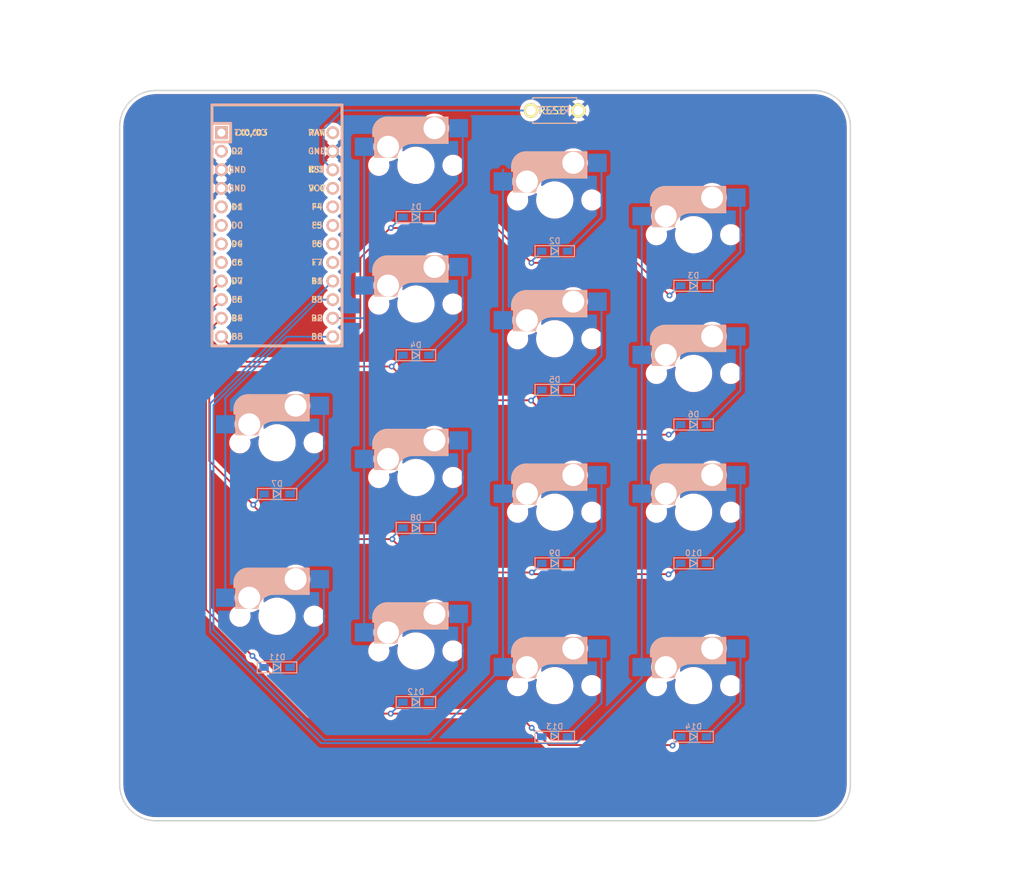
<source format=kicad_pcb>
(kicad_pcb (version 20211014) (generator pcbnew)
  (layers (0 "F.Cu" signal) (31 "B.Cu" signal) (34 "B.Paste" user) (35 "F.Paste" user) (36 "B.SilkS" user "B.Silkscreen") (37 "F.SilkS" user "F.Silkscreen") (38 "B.Mask" user) (39 "F.Mask" user) (44 "Edge.Cuts" user))
  (net 0 "")
  (net 1 "rst")
  (net 2 "GND")
  (net 3 "Net-(D14-Pad1)")
  (net 4 "row3")
  (net 5 "Net-(D1-Pad1)")
  (net 6 "row0")
  (net 7 "Net-(D2-Pad1)")
  (net 8 "Net-(D3-Pad1)")
  (net 9 "Net-(D4-Pad1)")
  (net 10 "row1")
  (net 11 "Net-(D5-Pad1)")
  (net 12 "Net-(D6-Pad1)")
  (net 13 "Net-(D7-Pad1)")
  (net 14 "row2")
  (net 15 "Net-(D8-Pad1)")
  (net 16 "Net-(D9-Pad1)")
  (net 17 "Net-(D10-Pad1)")
  (net 18 "Net-(D11-Pad1)")
  (net 19 "Net-(D12-Pad1)")
  (net 20 "Net-(D13-Pad1)")
  (net 21 "col1")
  (net 22 "col2")
  (net 23 "col3")
  (net 24 "col0")
  (net 35 "VCC")
  (footprint "kbd:CherryMX_Hotswap" (layer "F.Cu") (at 76 -9.5)
    (fp_text reference "SW14" hide)
    (fp_text value "SW_PUSH" hide)
    (pad "" np_thru_hole circle locked (at 5.08 0) (size 1.9 1.9) (drill 1.9) (layers *.Cu *.Mask))
    (pad "" np_thru_hole circle locked (at 0 0 90) (size 4.1 4.1) (drill 4.1) (layers *.Cu *.Mask))
    (pad "" np_thru_hole circle locked (at 2.54 -5.08) (size 3 3) (drill 3) (layers *.Cu *.Mask))
    (pad "" np_thru_hole circle locked (at -5.08 0) (size 1.9 1.9) (drill 1.9) (layers *.Cu *.Mask))
    (pad "" np_thru_hole circle locked (at -3.81 -2.54) (size 3 3) (drill 3) (layers *.Cu *.Mask))
    (pad "1" smd rect locked (at -7.085 -2.54 180) (size 2.55 2.5) (layers "B.Cu" "B.Paste" "B.Mask") (net 23 "col3"))
    (pad "2" smd rect locked (at 5.842 -5.08 180) (size 2.55 2.5) (layers "B.Cu" "B.Paste" "B.Mask") (net 3 "Net-(D14-Pad1)"))
  )
  (footprint "kbd_Parts:Diode_SMD" (layer "F.Cu") (at 19 -35.75 180)
    (fp_text reference "D7" (at 0 1.4) (layer "B.SilkS") (effects (font (size 0.8 0.8) (thickness 0.125)) (justify mirror)))
    (fp_text value "DIODE" hide)
    (pad "1" smd rect locked (at -1.775 0 180) (size 1.3 0.95) (layers "B.Cu" "B.Paste" "B.Mask") (net 13 "Net-(D7-Pad1)"))
    (pad "2" smd rect locked (at 1.775 0 180) (size 1.3 0.95) (layers "B.Cu" "B.Paste" "B.Mask") (net 14 "row2"))
  )
  (footprint "kbd_Parts:Diode_SMD" (layer "F.Cu") (at 38 -54.75 180)
    (fp_text reference "D4" (at 0 1.4) (layer "B.SilkS") (effects (font (size 0.8 0.8) (thickness 0.125)) (justify mirror)))
    (fp_text value "DIODE" hide)
    (pad "1" smd rect locked (at -1.775 0 180) (size 1.3 0.95) (layers "B.Cu" "B.Paste" "B.Mask") (net 9 "Net-(D4-Pad1)"))
    (pad "2" smd rect locked (at 1.775 0 180) (size 1.3 0.95) (layers "B.Cu" "B.Paste" "B.Mask") (net 10 "row1"))
  )
  (footprint "kbd_Parts:Diode_SMD" (layer "F.Cu") (at 57 -2.5 180)
    (fp_text reference "D13" (at 0 1.4) (layer "B.SilkS") (effects (font (size 0.8 0.8) (thickness 0.125)) (justify mirror)))
    (fp_text value "DIODE" hide)
    (pad "1" smd rect locked (at -1.775 0 180) (size 1.3 0.95) (layers "B.Cu" "B.Paste" "B.Mask") (net 20 "Net-(D13-Pad1)"))
    (pad "2" smd rect locked (at 1.775 0 180) (size 1.3 0.95) (layers "B.Cu" "B.Paste" "B.Mask") (net 4 "row3"))
  )
  (footprint "kbd:CherryMX_Hotswap" (layer "F.Cu") (at 76 -71.25)
    (fp_text reference "SW3" hide)
    (fp_text value "SW_PUSH" hide)
    (pad "" np_thru_hole circle locked (at 2.54 -5.08) (size 3 3) (drill 3) (layers *.Cu *.Mask))
    (pad "" np_thru_hole circle locked (at -5.08 0) (size 1.9 1.9) (drill 1.9) (layers *.Cu *.Mask))
    (pad "" np_thru_hole circle locked (at 5.08 0) (size 1.9 1.9) (drill 1.9) (layers *.Cu *.Mask))
    (pad "" np_thru_hole circle locked (at 0 0 90) (size 4.1 4.1) (drill 4.1) (layers *.Cu *.Mask))
    (pad "" np_thru_hole circle locked (at -3.81 -2.54) (size 3 3) (drill 3) (layers *.Cu *.Mask))
    (pad "1" smd rect locked (at -7.085 -2.54 180) (size 2.55 2.5) (layers "B.Cu" "B.Paste" "B.Mask") (net 23 "col3"))
    (pad "2" smd rect locked (at 5.842 -5.08 180) (size 2.55 2.5) (layers "B.Cu" "B.Paste" "B.Mask") (net 8 "Net-(D3-Pad1)"))
  )
  (footprint "kbd:CherryMX_Hotswap" (layer "F.Cu") (at 57 -33.25)
    (fp_text reference "SW9" hide)
    (fp_text value "SW_PUSH" hide)
    (pad "" np_thru_hole circle locked (at -3.81 -2.54) (size 3 3) (drill 3) (layers *.Cu *.Mask))
    (pad "" np_thru_hole circle locked (at -5.08 0) (size 1.9 1.9) (drill 1.9) (layers *.Cu *.Mask))
    (pad "" np_thru_hole circle locked (at 5.08 0) (size 1.9 1.9) (drill 1.9) (layers *.Cu *.Mask))
    (pad "" np_thru_hole circle locked (at 2.54 -5.08) (size 3 3) (drill 3) (layers *.Cu *.Mask))
    (pad "" np_thru_hole circle locked (at 0 0 90) (size 4.1 4.1) (drill 4.1) (layers *.Cu *.Mask))
    (pad "1" smd rect locked (at -7.085 -2.54 180) (size 2.55 2.5) (layers "B.Cu" "B.Paste" "B.Mask") (net 22 "col2"))
    (pad "2" smd rect locked (at 5.842 -5.08 180) (size 2.55 2.5) (layers "B.Cu" "B.Paste" "B.Mask") (net 16 "Net-(D9-Pad1)"))
  )
  (footprint "kbd_Parts:Diode_SMD" (layer "F.Cu") (at 38 -31.1 180)
    (fp_text reference "D8" (at 0 1.4) (layer "B.SilkS") (effects (font (size 0.8 0.8) (thickness 0.125)) (justify mirror)))
    (fp_text value "DIODE" hide)
    (pad "1" smd rect locked (at -1.775 0 180) (size 1.3 0.95) (layers "B.Cu" "B.Paste" "B.Mask") (net 15 "Net-(D8-Pad1)"))
    (pad "2" smd rect locked (at 1.775 0 180) (size 1.3 0.95) (layers "B.Cu" "B.Paste" "B.Mask") (net 14 "row2"))
  )
  (footprint "kbd:CherryMX_Hotswap" (layer "F.Cu") (at 38 -38)
    (fp_text reference "SW8" hide)
    (fp_text value "SW_PUSH" hide)
    (pad "" np_thru_hole circle locked (at 5.08 0) (size 1.9 1.9) (drill 1.9) (layers *.Cu *.Mask))
    (pad "" np_thru_hole circle locked (at 0 0 90) (size 4.1 4.1) (drill 4.1) (layers *.Cu *.Mask))
    (pad "" np_thru_hole circle locked (at 2.54 -5.08) (size 3 3) (drill 3) (layers *.Cu *.Mask))
    (pad "" np_thru_hole circle locked (at -3.81 -2.54) (size 3 3) (drill 3) (layers *.Cu *.Mask))
    (pad "" np_thru_hole circle locked (at -5.08 0) (size 1.9 1.9) (drill 1.9) (layers *.Cu *.Mask))
    (pad "1" smd rect locked (at -7.085 -2.54 180) (size 2.55 2.5) (layers "B.Cu" "B.Paste" "B.Mask") (net 21 "col1"))
    (pad "2" smd rect locked (at 5.842 -5.08 180) (size 2.55 2.5) (layers "B.Cu" "B.Paste" "B.Mask") (net 15 "Net-(D8-Pad1)"))
  )
  (footprint "kbd:CherryMX_Hotswap" (layer "F.Cu") (at 76 -52.25)
    (fp_text reference "SW6" hide)
    (fp_text value "SW_PUSH" hide)
    (pad "" np_thru_hole circle locked (at -3.81 -2.54) (size 3 3) (drill 3) (layers *.Cu *.Mask))
    (pad "" np_thru_hole circle locked (at -5.08 0) (size 1.9 1.9) (drill 1.9) (layers *.Cu *.Mask))
    (pad "" np_thru_hole circle locked (at 0 0 90) (size 4.1 4.1) (drill 4.1) (layers *.Cu *.Mask))
    (pad "" np_thru_hole circle locked (at 2.54 -5.08) (size 3 3) (drill 3) (layers *.Cu *.Mask))
    (pad "" np_thru_hole circle locked (at 5.08 0) (size 1.9 1.9) (drill 1.9) (layers *.Cu *.Mask))
    (pad "1" smd rect locked (at -7.085 -2.54 180) (size 2.55 2.5) (layers "B.Cu" "B.Paste" "B.Mask") (net 23 "col3"))
    (pad "2" smd rect locked (at 5.842 -5.08 180) (size 2.55 2.5) (layers "B.Cu" "B.Paste" "B.Mask") (net 12 "Net-(D6-Pad1)"))
  )
  (footprint "kbd_Parts:Diode_SMD" (layer "F.Cu") (at 38 -7.25 180)
    (fp_text reference "D12" (at 0 1.4) (layer "B.SilkS") (effects (font (size 0.8 0.8) (thickness 0.125)) (justify mirror)))
    (fp_text value "DIODE" hide)
    (pad "1" smd rect locked (at -1.775 0 180) (size 1.3 0.95) (layers "B.Cu" "B.Paste" "B.Mask") (net 19 "Net-(D12-Pad1)"))
    (pad "2" smd rect locked (at 1.775 0 180) (size 1.3 0.95) (layers "B.Cu" "B.Paste" "B.Mask") (net 4 "row3"))
  )
  (footprint "kbd:ResetSW" (layer "F.Cu") (at 57 -88.25 180)
    (fp_text reference "SW15" hide)
    (fp_text value "SW_PUSH")
    (fp_text user "RESET" (at 0.127 0) (layer "B.SilkS") (effects (justify mirror)))
    (fp_text user "RESET" (at 0 0) (layer "F.SilkS"))
    (pad "1" thru_hole circle locked (at 3.25 0 180) (size 2 2) (drill 1.3) (layers *.Cu *.Mask "F.SilkS") (net 1 "rst"))
    (pad "2" thru_hole circle locked (at -3.25 0 180) (size 2 2) (drill 1.3) (layers *.Cu *.Mask "F.SilkS") (net 2 "GND"))
  )
  (footprint "kbd:CherryMX_Hotswap" (layer "F.Cu") (at 38 -61.75)
    (fp_text reference "SW4" hide)
    (fp_text value "SW_PUSH" hide)
    (pad "" np_thru_hole circle locked (at 0 0 90) (size 4.1 4.1) (drill 4.1) (layers *.Cu *.Mask))
    (pad "" np_thru_hole circle locked (at -3.81 -2.54) (size 3 3) (drill 3) (layers *.Cu *.Mask))
    (pad "" np_thru_hole circle locked (at 2.54 -5.08) (size 3 3) (drill 3) (layers *.Cu *.Mask))
    (pad "" np_thru_hole circle locked (at 5.08 0) (size 1.9 1.9) (drill 1.9) (layers *.Cu *.Mask))
    (pad "" np_thru_hole circle locked (at -5.08 0) (size 1.9 1.9) (drill 1.9) (layers *.Cu *.Mask))
    (pad "1" smd rect locked (at -7.085 -2.54 180) (size 2.55 2.5) (layers "B.Cu" "B.Paste" "B.Mask") (net 21 "col1"))
    (pad "2" smd rect locked (at 5.842 -5.08 180) (size 2.55 2.5) (layers "B.Cu" "B.Paste" "B.Mask") (net 9 "Net-(D4-Pad1)"))
  )
  (footprint "kbd:CherryMX_Hotswap" (layer "F.Cu") (at 19 -42.75)
    (fp_text reference "SW7" hide)
    (fp_text value "SW_PUSH" hide)
    (pad "" np_thru_hole circle locked (at -3.81 -2.54) (size 3 3) (drill 3) (layers *.Cu *.Mask))
    (pad "" np_thru_hole circle locked (at -5.08 0) (size 1.9 1.9) (drill 1.9) (layers *.Cu *.Mask))
    (pad "" np_thru_hole circle locked (at 0 0 90) (size 4.1 4.1) (drill 4.1) (layers *.Cu *.Mask))
    (pad "" np_thru_hole circle locked (at 2.54 -5.08) (size 3 3) (drill 3) (layers *.Cu *.Mask))
    (pad "" np_thru_hole circle locked (at 5.08 0) (size 1.9 1.9) (drill 1.9) (layers *.Cu *.Mask))
    (pad "1" smd rect locked (at -7.085 -2.54 180) (size 2.55 2.5) (layers "B.Cu" "B.Paste" "B.Mask") (net 24 "col0"))
    (pad "2" smd rect locked (at 5.842 -5.08 180) (size 2.55 2.5) (layers "B.Cu" "B.Paste" "B.Mask") (net 13 "Net-(D7-Pad1)"))
  )
  (footprint "kbd_Parts:Diode_SMD" (layer "F.Cu") (at 19 -12 180)
    (fp_text reference "D11" (at 0 1.4) (layer "B.SilkS") (effects (font (size 0.8 0.8) (thickness 0.125)) (justify mirror)))
    (fp_text value "DIODE" hide)
    (pad "1" smd rect locked (at -1.775 0 180) (size 1.3 0.95) (layers "B.Cu" "B.Paste" "B.Mask") (net 18 "Net-(D11-Pad1)"))
    (pad "2" smd rect locked (at 1.775 0 180) (size 1.3 0.95) (layers "B.Cu" "B.Paste" "B.Mask") (net 4 "row3"))
  )
  (footprint "kbd_Parts:Diode_SMD" (layer "F.Cu") (at 38 -73.66 180)
    (fp_text reference "D1" (at 0 1.4) (layer "B.SilkS") (effects (font (size 0.8 0.8) (thickness 0.125)) (justify mirror)))
    (fp_text value "DIODE" hide)
    (pad "1" smd rect locked (at -1.775 0 180) (size 1.3 0.95) (layers "B.Cu" "B.Paste" "B.Mask") (net 5 "Net-(D1-Pad1)"))
    (pad "2" smd rect locked (at 1.775 0 180) (size 1.3 0.95) (layers "B.Cu" "B.Paste" "B.Mask") (net 6 "row0"))
  )
  (footprint "Keebio-Parts:ArduinoProMicro" (layer "F.Cu") (at 19 -71.25 -90)
    (fp_text reference "U1" hide)
    (fp_text value "ProMicro" hide)
    (fp_text user "GND" (at -6.35 5.461) (layer "B.SilkS") (effects (font (size 0.8 0.8)) (justify mirror)))
    (fp_text user "GND" (at -11.43 -5.461) (layer "B.SilkS") (effects (font (size 0.8 0.8)) (justify mirror)))
    (fp_text user "D7" (at 6.35 5.461) (layer "B.SilkS") (effects (font (size 0.8 0.8)) (justify mirror)))
    (fp_text user "F5" (at -1.27 -5.461) (layer "B.SilkS") (effects (font (size 0.8 0.8)) (justify mirror)))
    (fp_text user "D1" (at -3.81 5.461) (layer "B.SilkS") (effects (font (size 0.8 0.8)) (justify mirror)))
    (fp_text user "B2" (at 11.43 -5.461) (layer "B.SilkS") (effects (font (size 0.8 0.8)) (justify mirror)))
    (fp_text user "E6" (at 8.89 5.461) (layer "B.SilkS") (effects (font (size 0.8 0.8)) (justify mirror)))
    (fp_text user "F7" (at 3.81 -5.461) (layer "B.SilkS") (effects (font (size 0.8 0.8)) (justify mirror)))
    (fp_text user "TX0/D3" (at -13.97 3.571872) (layer "B.SilkS") (effects (font (size 0.8 0.8)) (justify mirror)))
    (fp_text user "RAW" (at -13.97 -5.461) (layer "B.SilkS") (effects (font (size 0.8 0.8)) (justify mirror)))
    (fp_text user "D2" (at -11.43 5.461) (layer "B.SilkS") (effects (font (size 0.8 0.8)) (justify mirror)))
    (fp_text user "B4" (at 11.43 5.461) (layer "B.SilkS") (effects (font (size 0.8 0.8)) (justify mirror)))
    (fp_text user "F6" (at 1.27 -5.461) (layer "B.SilkS") (effects (font (size 0.8 0.8)) (justify mirror)))
    (fp_text user "D0" (at -1.27 5.461) (layer "B.SilkS") (effects (font (size 0.8 0.8)) (justify mirror)))
    (fp_text user "B5" (at 13.97 5.461) (layer "B.SilkS") (effects (font (size 0.8 0.8)) (justify mirror)))
    (fp_text user "ST" (at -8.91 -5.04) (layer "B.SilkS") (effects (font (size 0.8 0.8)) (justify mirror)))
    (fp_text user "B6" (at 13.97 -5.461) (layer "B.SilkS") (effects (font (size 0.8 0.8)) (justify mirror)))
    (fp_text user "GND" (at -8.89 5.461) (layer "B.SilkS") (effects (font (size 0.8 0.8)) (justify mirror)))
    (fp_text user "F4" (at -3.81 -5.461) (layer "B.SilkS") (effects (font (size 0.8 0.8)) (justify mirror)))
    (fp_text user "B1" (at 6.35 -5.461) (layer "B.SilkS") (effects (font (size 0.8 0.8)) (justify mirror)))
    (fp_text user "D4" (at 1.27 5.461) (layer "B.SilkS") (effects (font (size 0.8 0.8)) (justify mirror)))
    (fp_text user "C6" (at 3.81 5.461) (layer "B.SilkS") (effects (font (size 0.8 0.8)) (justify mirror)))
    (fp_text user "B3" (at 8.89 -5.461) (layer "B.SilkS") (effects (font (size 0.8 0.8)) (justify mirror)))
    (fp_text user "VCC" (at -6.35 -5.461) (layer "B.SilkS") (effects (font (size 0.8 0.8)) (justify mirror)))
    (fp_text user "B2" (at 11.43 -5.461) (layer "F.SilkS") (effects (font (size 0.8 0.8))))
    (fp_text user "B6" (at 13.97 -5.461) (layer "F.SilkS") (effects (font (size 0.8 0.8))))
    (fp_text user "GND" (at -8.89 5.461) (layer "F.SilkS") (effects (font (size 0.8 0.8))))
    (fp_text user "F6" (at 1.27 -5.461) (layer "F.SilkS") (effects (font (size 0.8 0.8))))
    (fp_text user "RAW" (at -13.97 -5.461) (layer "F.SilkS") (effects (font (size 0.8 0.8))))
    (fp_text user "F4" (at -3.81 -5.461) (layer "F.SilkS") (effects (font (size 0.8 0.8))))
    (fp_text user "B1" (at 6.35 -5.461) (layer "F.SilkS") (effects (font (size 0.8 0.8))))
    (fp_text user "B5" (at 13.97 5.461) (layer "F.SilkS") (effects (font (size 0.8 0.8))))
    (fp_text user "D7" (at 6.35 5.461) (layer "F.SilkS") (effects (font (size 0.8 0.8))))
    (fp_text user "D4" (at 1.27 5.461) (layer "F.SilkS") (effects (font (size 0.8 0.8))))
    (fp_text user "ST" (at -8.92 -5.73312) (layer "F.SilkS") (effects (font (size 0.8 0.8))))
    (fp_text user "F7" (at 3.81 -5.461) (layer "F.SilkS") (effects (font (size 0.8 0.8))))
    (fp_text user "D1" (at -3.81 5.461) (layer "F.SilkS") (effects (font (size 0.8 0.8))))
    (fp_text user "E6" (at 8.89 5.461) (layer "F.SilkS") (effects (font (size 0.8 0.8))))
    (fp_text user "TX0/D3" (at -13.97 3.571872) (layer "F.SilkS") (effects (font (size 0.8 0.8))))
    (fp_text user "B4" (at 11.43 5.461) (layer "F.SilkS") (effects (font (size 0.8 0.8))))
    (fp_text user "B3" (at 8.89 -5.461) (layer "F.SilkS") (effects (font (size 0.8 0.8))))
    (fp_text user "GND" (at -6.35 5.461) (layer "F.SilkS") (effects (font (size 0.8 0.8))))
    (fp_text user "D2" (at -11.43 5.461) (layer "F.SilkS") (effects (font (size 0.8 0.8))))
    (fp_text user "VCC" (at -6.35 -5.461) (layer "F.SilkS") (effects (font (size 0.8 0.8))))
    (fp_text user "C6" (at 3.81 5.461) (layer "F.SilkS") (effects (font (size 0.8 0.8))))
    (fp_text user "D0" (at -1.27 5.461) (layer "F.SilkS") (effects (font (size 0.8 0.8))))
    (fp_text user "GND" (at -11.43 -5.461) (layer "F.SilkS") (effects (font (size 0.8 0.8))))
    (fp_text user "F5" (at -1.27 -5.461) (layer "F.SilkS") (effects (font (size 0.8 0.8))))
    (pad "1" thru_hole rect locked (at -13.97 7.62 270) (size 1.7526 1.7526) (drill 1.0922) (layers *.Cu *.SilkS *.Mask))
    (pad "2" thru_hole circle locked (at -11.43 7.62 270) (size 1.7526 1.7526) (drill 1.0922) (layers *.Cu *.SilkS *.Mask))
    (pad "3" thru_hole circle locked (at -8.89 7.62 270) (size 1.7526 1.7526) (drill 1.0922) (layers *.Cu *.SilkS *.Mask) (net 2 "GND"))
    (pad "4" thru_hole circle locked (at -6.35 7.62 270) (size 1.7526 1.7526) (drill 1.0922) (layers *.Cu *.SilkS *.Mask) (net 2 "GND"))
    (pad "5" thru_hole circle locked (at -3.81 7.62 270) (size 1.7526 1.7526) (drill 1.0922) (layers *.Cu *.SilkS *.Mask))
    (pad "6" thru_hole circle locked (at -1.27 7.62 270) (size 1.7526 1.7526) (drill 1.0922) (layers *.Cu *.SilkS *.Mask))
    (pad "7" thru_hole circle locked (at 1.27 7.62 270) (size 1.7526 1.7526) (drill 1.0922) (layers *.Cu *.SilkS *.Mask))
    (pad "8" thru_hole circle locked (at 3.81 7.62 270) (size 1.7526 1.7526) (drill 1.0922) (layers *.Cu *.SilkS *.Mask))
    (pad "9" thru_hole circle locked (at 6.35 7.62 270) (size 1.7526 1.7526) (drill 1.0922) (layers *.Cu *.SilkS *.Mask) (net 4 "row3"))
    (pad "10" thru_hole circle locked (at 8.89 7.62 270) (size 1.7526 1.7526) (drill 1.0922) (layers *.Cu *.SilkS *.Mask) (net 14 "row2"))
    (pad "11" thru_hole circle locked (at 11.43 7.62 270) (size 1.7526 1.7526) (drill 1.0922) (layers *.Cu *.SilkS *.Mask) (net 10 "row1"))
    (pad "12" thru_hole circle locked (at 13.97 7.62 270) (size 1.7526 1.7526) (drill 1.0922) (layers *.Cu *.SilkS *.Mask) (net 6 "row0"))
    (pad "13" thru_hole circle locked (at 13.97 -7.62 270) (size 1.7526 1.7526) (drill 1.0922) (layers *.Cu *.SilkS *.Mask) (net 24 "col0"))
    (pad "14" thru_hole circle locked (at 11.43 -7.62 270) (size 1.7526 1.7526) (drill 1.0922) (layers *.Cu *.SilkS *.Mask) (net 21 "col1"))
    (pad "15" thru_hole circle locked (at 8.89 -7.62 270) (size 1.7526 1.7526) (drill 1.0922) (layers *.Cu *.SilkS *.Mask) (net 22 "col2"))
    (pad "16" thru_hole circle locked (at 6.35 -7.62 270) (size 1.7526 1.7526) (drill 1.0922) (layers *.Cu *.SilkS *.Mask) (net 23 "col3"))
    (pad "17" thru_hole circle locked (at 3.81 -7.62 270) (size 1.7526 1.7526) (drill 1.0922) (layers *.Cu *.SilkS *.Mask))
    (pad "18" thru_hole circle locked (at 1.27 -7.62 270) (size 1.7526 1.7526) (drill 1.0922) (layers *.Cu *.SilkS *.Mask))
    (pad "19" thru_hole circle locked (at -1.27 -7.62 270) (size 1.7526 1.7526) (drill 1.0922) (layers *.Cu *.SilkS *.Mask))
    (pad "20" thru_hole circle locked (at -3.81 -7.62 270) (size 1.7526 1.7526) (drill 1.0922) (layers *.Cu *.SilkS *.Mask))
    (pad "21" thru_hole circle locked (at -6.35 -7.62 270) (size 1.7526 1.7526) (drill 1.0922) (layers *.Cu *.SilkS *.Mask) (net 35 "VCC"))
    (pad "22" thru_hole circle locked (at -8.89 -7.62 270) (size 1.7526 1.7526) (drill 1.0922) (layers *.Cu *.SilkS *.Mask) (net 1 "rst"))
    (pad "23" thru_hole circle locked (at -11.43 -7.62 270) (size 1.7526 1.7526) (drill 1.0922) (layers *.Cu *.SilkS *.Mask) (net 2 "GND"))
    (pad "24" thru_hole circle locked (at -13.97 -7.62 270) (size 1.7526 1.7526) (drill 1.0922) (layers *.Cu *.SilkS *.Mask))
  )
  (footprint "kbd_Parts:Diode_SMD" (layer "F.Cu") (at 57 -69 180)
    (fp_text reference "D2" (at 0 1.4) (layer "B.SilkS") (effects (font (size 0.8 0.8) (thickness 0.125)) (justify mirror)))
    (fp_text value "DIODE" hide)
    (pad "1" smd rect locked (at -1.775 0 180) (size 1.3 0.95) (layers "B.Cu" "B.Paste" "B.Mask") (net 7 "Net-(D2-Pad1)"))
    (pad "2" smd rect locked (at 1.775 0 180) (size 1.3 0.95) (layers "B.Cu" "B.Paste" "B.Mask") (net 6 "row0"))
  )
  (footprint "kbd:CherryMX_Hotswap" (layer "F.Cu") (at 38 -14.25)
    (fp_text reference "SW12" hide)
    (fp_text value "SW_PUSH" hide)
    (pad "" np_thru_hole circle locked (at 5.08 0) (size 1.9 1.9) (drill 1.9) (layers *.Cu *.Mask))
    (pad "" np_thru_hole circle locked (at -3.81 -2.54) (size 3 3) (drill 3) (layers *.Cu *.Mask))
    (pad "" np_thru_hole circle locked (at -5.08 0) (size 1.9 1.9) (drill 1.9) (layers *.Cu *.Mask))
    (pad "" np_thru_hole circle locked (at 0 0 90) (size 4.1 4.1) (drill 4.1) (layers *.Cu *.Mask))
    (pad "" np_thru_hole circle locked (at 2.54 -5.08) (size 3 3) (drill 3) (layers *.Cu *.Mask))
    (pad "1" smd rect locked (at -7.085 -2.54 180) (size 2.55 2.5) (layers "B.Cu" "B.Paste" "B.Mask") (net 21 "col1"))
    (pad "2" smd rect locked (at 5.842 -5.08 180) (size 2.55 2.5) (layers "B.Cu" "B.Paste" "B.Mask") (net 19 "Net-(D12-Pad1)"))
  )
  (footprint "kbd_Parts:Diode_SMD" (layer "F.Cu") (at 76 -26.25 180)
    (fp_text reference "D10" (at 0 1.4) (layer "B.SilkS") (effects (font (size 0.8 0.8) (thickness 0.125)) (justify mirror)))
    (fp_text value "DIODE" hide)
    (pad "1" smd rect locked (at -1.775 0 180) (size 1.3 0.95) (layers "B.Cu" "B.Paste" "B.Mask") (net 17 "Net-(D10-Pad1)"))
    (pad "2" smd rect locked (at 1.775 0 180) (size 1.3 0.95) (layers "B.Cu" "B.Paste" "B.Mask") (net 14 "row2"))
  )
  (footprint "kbd:CherryMX_Hotswap" (layer "F.Cu") (at 57 -9.5)
    (fp_text reference "SW13" hide)
    (fp_text value "SW_PUSH" hide)
    (pad "" np_thru_hole circle locked (at 2.54 -5.08) (size 3 3) (drill 3) (layers *.Cu *.Mask))
    (pad "" np_thru_hole circle locked (at 0 0 90) (size 4.1 4.1) (drill 4.1) (layers *.Cu *.Mask))
    (pad "" np_thru_hole circle locked (at -5.08 0) (size 1.9 1.9) (drill 1.9) (layers *.Cu *.Mask))
    (pad "" np_thru_hole circle locked (at 5.08 0) (size 1.9 1.9) (drill 1.9) (layers *.Cu *.Mask))
    (pad "" np_thru_hole circle locked (at -3.81 -2.54) (size 3 3) (drill 3) (layers *.Cu *.Mask))
    (pad "1" smd rect locked (at -7.085 -2.54 180) (size 2.55 2.5) (layers "B.Cu" "B.Paste" "B.Mask") (net 22 "col2"))
    (pad "2" smd rect locked (at 5.842 -5.08 180) (size 2.55 2.5) (layers "B.Cu" "B.Paste" "B.Mask") (net 20 "Net-(D13-Pad1)"))
  )
  (footprint "kbd:CherryMX_Hotswap" (layer "F.Cu") (at 57 -76)
    (fp_text reference "SW2" hide)
    (fp_text value "SW_PUSH" hide)
    (pad "" np_thru_hole circle locked (at -3.81 -2.54) (size 3 3) (drill 3) (layers *.Cu *.Mask))
    (pad "" np_thru_hole circle locked (at 0 0 90) (size 4.1 4.1) (drill 4.1) (layers *.Cu *.Mask))
    (pad "" np_thru_hole circle locked (at 5.08 0) (size 1.9 1.9) (drill 1.9) (layers *.Cu *.Mask))
    (pad "" np_thru_hole circle locked (at -5.08 0) (size 1.9 1.9) (drill 1.9) (layers *.Cu *.Mask))
    (pad "" np_thru_hole circle locked (at 2.54 -5.08) (size 3 3) (drill 3) (layers *.Cu *.Mask))
    (pad "1" smd rect locked (at -7.085 -2.54 180) (size 2.55 2.5) (layers "B.Cu" "B.Paste" "B.Mask") (net 22 "col2"))
    (pad "2" smd rect locked (at 5.842 -5.08 180) (size 2.55 2.5) (layers "B.Cu" "B.Paste" "B.Mask") (net 7 "Net-(D2-Pad1)"))
  )
  (footprint "kbd_Parts:Diode_SMD" (layer "F.Cu") (at 57 -50 180)
    (fp_text reference "D5" (at 0 1.4) (layer "B.SilkS") (effects (font (size 0.8 0.8) (thickness 0.125)) (justify mirror)))
    (fp_text value "DIODE" hide)
    (pad "1" smd rect locked (at -1.775 0 180) (size 1.3 0.95) (layers "B.Cu" "B.Paste" "B.Mask") (net 11 "Net-(D5-Pad1)"))
    (pad "2" smd rect locked (at 1.775 0 180) (size 1.3 0.95) (layers "B.Cu" "B.Paste" "B.Mask") (net 10 "row1"))
  )
  (footprint "kbd_Parts:Diode_SMD" (layer "F.Cu") (at 76 -64.25 180)
    (fp_text reference "D3" (at 0 1.4) (layer "B.SilkS") (effects (font (size 0.8 0.8) (thickness 0.125)) (justify mirror)))
    (fp_text value "DIODE" hide)
    (pad "1" smd rect locked (at -1.775 0 180) (size 1.3 0.95) (layers "B.Cu" "B.Paste" "B.Mask") (net 8 "Net-(D3-Pad1)"))
    (pad "2" smd rect locked (at 1.775 0 180) (size 1.3 0.95) (layers "B.Cu" "B.Paste" "B.Mask") (net 6 "row0"))
  )
  (footprint "kbd:CherryMX_Hotswap" (layer "F.Cu") (at 57 -57)
    (fp_text reference "SW5" hide)
    (fp_text value "SW_PUSH" hide)
    (pad "" np_thru_hole circle locked (at -5.08 0) (size 1.9 1.9) (drill 1.9) (layers *.Cu *.Mask))
    (pad "" np_thru_hole circle locked (at 2.54 -5.08) (size 3 3) (drill 3) (layers *.Cu *.Mask))
    (pad "" np_thru_hole circle locked (at 0 0 90) (size 4.1 4.1) (drill 4.1) (layers *.Cu *.Mask))
    (pad "" np_thru_hole circle locked (at -3.81 -2.54) (size 3 3) (drill 3) (layers *.Cu *.Mask))
    (pad "" np_thru_hole circle locked (at 5.08 0) (size 1.9 1.9) (drill 1.9) (layers *.Cu *.Mask))
    (pad "1" smd rect locked (at -7.085 -2.54 180) (size 2.55 2.5) (layers "B.Cu" "B.Paste" "B.Mask") (net 22 "col2"))
    (pad "2" smd rect locked (at 5.842 -5.08 180) (size 2.55 2.5) (layers "B.Cu" "B.Paste" "B.Mask") (net 11 "Net-(D5-Pad1)"))
  )
  (footprint "kbd_Parts:Diode_SMD" (layer "F.Cu") (at 76 -2.5 180)
    (fp_text reference "D14" (at 0 1.4) (layer "B.SilkS") (effects (font (size 0.8 0.8) (thickness 0.125)) (justify mirror)))
    (fp_text value "DIODE" hide)
    (pad "1" smd rect locked (at -1.775 0 180) (size 1.3 0.95) (layers "B.Cu" "B.Paste" "B.Mask") (net 3 "Net-(D14-Pad1)"))
    (pad "2" smd rect locked (at 1.775 0 180) (size 1.3 0.95) (layers "B.Cu" "B.Paste" "B.Mask") (net 4 "row3"))
  )
  (footprint "kbd:CherryMX_Hotswap" (layer "F.Cu") (at 76 -33.25)
    (fp_text reference "SW10" hide)
    (fp_text value "SW_PUSH" hide)
    (pad "" np_thru_hole circle locked (at 0 0 90) (size 4.1 4.1) (drill 4.1) (layers *.Cu *.Mask))
    (pad "" np_thru_hole circle locked (at -3.81 -2.54) (size 3 3) (drill 3) (layers *.Cu *.Mask))
    (pad "" np_thru_hole circle locked (at 5.08 0) (size 1.9 1.9) (drill 1.9) (layers *.Cu *.Mask))
    (pad "" np_thru_hole circle locked (at 2.54 -5.08) (size 3 3) (drill 3) (layers *.Cu *.Mask))
    (pad "" np_thru_hole circle locked (at -5.08 0) (size 1.9 1.9) (drill 1.9) (layers *.Cu *.Mask))
    (pad "1" smd rect locked (at -7.085 -2.54 180) (size 2.55 2.5) (layers "B.Cu" "B.Paste" "B.Mask") (net 23 "col3"))
    (pad "2" smd rect locked (at 5.842 -5.08 180) (size 2.55 2.5) (layers "B.Cu" "B.Paste" "B.Mask") (net 17 "Net-(D10-Pad1)"))
  )
  (footprint "kbd_Parts:Diode_SMD" (layer "F.Cu") (at 76 -45.25 180)
    (fp_text reference "D6" (at 0 1.4) (layer "B.SilkS") (effects (font (size 0.8 0.8) (thickness 0.125)) (justify mirror)))
    (fp_text value "DIODE" hide)
    (pad "1" smd rect locked (at -1.775 0 180) (size 1.3 0.95) (layers "B.Cu" "B.Paste" "B.Mask") (net 12 "Net-(D6-Pad1)"))
    (pad "2" smd rect locked (at 1.775 0 180) (size 1.3 0.95) (layers "B.Cu" "B.Paste" "B.Mask") (net 10 "row1"))
  )
  (footprint "kbd_Parts:Diode_SMD" (layer "F.Cu") (at 57 -26.25 180)
    (fp_text reference "D9" (at 0 1.4) (layer "B.SilkS") (effects (font (size 0.8 0.8) (thickness 0.125)) (justify mirror)))
    (fp_text value "DIODE" hide)
    (pad "1" smd rect locked (at -1.775 0 180) (size 1.3 0.95) (layers "B.Cu" "B.Paste" "B.Mask") (net 16 "Net-(D9-Pad1)"))
    (pad "2" smd rect locked (at 1.775 0 180) (size 1.3 0.95) (layers "B.Cu" "B.Paste" "B.Mask") (net 14 "row2"))
  )
  (footprint "kbd:CherryMX_Hotswap" (layer "F.Cu") (at 19 -19)
    (fp_text reference "SW11" hide)
    (fp_text value "SW_PUSH" hide)
    (pad "" np_thru_hole circle locked (at -3.81 -2.54) (size 3 3) (drill 3) (layers *.Cu *.Mask))
    (pad "" np_thru_hole circle locked (at 5.08 0) (size 1.9 1.9) (drill 1.9) (layers *.Cu *.Mask))
    (pad "" np_thru_hole circle locked (at 0 0 90) (size 4.1 4.1) (drill 4.1) (layers *.Cu *.Mask))
    (pad "" np_thru_hole circle locked (at 2.54 -5.08) (size 3 3) (drill 3) (layers *.Cu *.Mask))
    (pad "" np_thru_hole circle locked (at -5.08 0) (size 1.9 1.9) (drill 1.9) (layers *.Cu *.Mask))
    (pad "1" smd rect locked (at -7.085 -2.54 180) (size 2.55 2.5) (layers "B.Cu" "B.Paste" "B.Mask") (net 24 "col0"))
    (pad "2" smd rect locked (at 5.842 -5.08 180) (size 2.55 2.5) (layers "B.Cu" "B.Paste" "B.Mask") (net 18 "Net-(D11-Pad1)"))
  )
  (footprint "kbd:CherryMX_Hotswap" (layer "F.Cu") (at 38 -80.75)
    (fp_text reference "SW1" hide)
    (fp_text value "SW_PUSH" hide)
    (pad "" np_thru_hole circle locked (at -5.08 0) (size 1.9 1.9) (drill 1.9) (layers *.Cu *.Mask))
    (pad "" np_thru_hole circle locked (at -3.81 -2.54) (size 3 3) (drill 3) (layers *.Cu *.Mask))
    (pad "" np_thru_hole circle locked (at 2.54 -5.08) (size 3 3) (drill 3) (layers *.Cu *.Mask))
    (pad "" np_thru_hole circle locked (at 5.08 0) (size 1.9 1.9) (drill 1.9) (layers *.Cu *.Mask))
    (pad "" np_thru_hole circle locked (at 0 0 90) (size 4.1 4.1) (drill 4.1) (layers *.Cu *.Mask))
    (pad "1" smd rect locked (at -7.085 -2.54 180) (size 2.55 2.5) (layers "B.Cu" "B.Paste" "B.Mask") (net 21 "col1"))
    (pad "2" smd rect locked (at 5.842 -5.08 180) (size 2.55 2.5) (layers "B.Cu" "B.Paste" "B.Mask") (net 5 "Net-(D1-Pad1)"))
  )
  (gr_arc (start 92.46 -91) (mid 95.995544 -89.535537) (end 97.46 -86) (layer "Edge.Cuts") (width 0.2))
  (gr_arc (start -2.54 -86) (mid -1.075528 -89.535524) (end 2.46 -91) (layer "Edge.Cuts") (width 0.2))
  (gr_line (start 92.46 -91) (end 2.46 -91) (layer "Edge.Cuts") (width 0.2))
  (gr_line (start -2.54 -86) (end -2.54 4) (layer "Edge.Cuts") (width 0.2))
  (gr_line (start 97.46 4) (end 97.46 -86) (layer "Edge.Cuts") (width 0.2))
  (gr_arc (start 2.46 9) (mid -1.075524 7.535531) (end -2.54 4) (layer "Edge.Cuts") (width 0.2))
  (gr_line (start 2.46 9) (end 92.46 9) (layer "Edge.Cuts") (width 0.2))
  (gr_arc (start 97.46 4) (mid 95.99554 7.535544) (end 92.46 9) (layer "Edge.Cuts") (width 0.2))
  (segment (start 25.399072 -81.360928) (end 25.399072 -85.701056) (width 0.25) (layer "B.Cu") (net 1))
  (segment (start 25.399072 -85.701056) (end 27.948016 -88.25) (width 0.25) (layer "B.Cu") (net 1))
  (segment (start 26.62 -80.14) (end 25.399072 -81.360928) (width 0.25) (layer "B.Cu") (net 1))
  (segment (start 27.948016 -88.25) (end 53.75 -88.25) (width 0.25) (layer "B.Cu") (net 1))
  (segment (start 82.405001 -7.130001) (end 77.775 -2.5) (width 0.25) (layer "B.Cu") (net 3))
  (segment (start 82.405001 -14.016999) (end 82.405001 -7.130001) (width 0.25) (layer "B.Cu") (net 3))
  (segment (start 81.842 -14.58) (end 82.405001 -14.016999) (width 0.25) (layer "B.Cu") (net 3))
  (segment (start 23.530155 -5.671813) (end 34.551121 -5.671813) (width 0.25) (layer "F.Cu") (net 4))
  (segment (start 9.279698 -19.92227) (end 15.631206 -13.570762) (width 0.25) (layer "F.Cu") (net 4))
  (segment (start 56.200252 -1.364467) (end 73.055382 -1.364467) (width 0.25) (layer "F.Cu") (net 4))
  (segment (start 34.551121 -5.671813) (end 51.892906 -5.671813) (width 0.25) (layer "F.Cu") (net 4))
  (segment (start 73.055382 -1.364467) (end 73.121569 -1.29828) (width 0.25) (layer "F.Cu") (net 4))
  (segment (start 11.38 -64.9) (end 9.279698 -62.799698) (width 0.25) (layer "F.Cu") (net 4))
  (segment (start 53.843701 -3.721018) (end 56.200252 -1.364467) (width 0.25) (layer "F.Cu") (net 4))
  (segment (start 51.892906 -5.671813) (end 53.843701 -3.721018) (width 0.25) (layer "F.Cu") (net 4))
  (segment (start 9.279698 -62.799698) (end 9.279698 -19.92227) (width 0.25) (layer "F.Cu") (net 4))
  (segment (start 15.631206 -13.570762) (end 23.530155 -5.671813) (width 0.25) (layer "F.Cu") (net 4))
  (via (at 53.843701 -3.721018) (size 0.8) (drill 0.4) (layers "F.Cu" "B.Cu") (net 4))
  (via (at 34.551121 -5.671813) (size 0.8) (drill 0.4) (layers "F.Cu" "B.Cu") (net 4))
  (via (at 73.121569 -1.29828) (size 0.8) (drill 0.4) (layers "F.Cu" "B.Cu") (net 4))
  (via (at 15.631206 -13.570762) (size 0.8) (drill 0.4) (layers "F.Cu" "B.Cu") (net 4))
  (segment (start 15.654238 -13.570762) (end 15.631206 -13.570762) (width 0.25) (layer "B.Cu") (net 4))
  (segment (start 55.064719 -2.5) (end 53.843701 -3.721018) (width 0.25) (layer "B.Cu") (net 4))
  (segment (start 74.225 -2.5) (end 73.121569 -1.396569) (width 0.25) (layer "B.Cu") (net 4))
  (segment (start 17.225 -12) (end 15.654238 -13.570762) (width 0.25) (layer "B.Cu") (net 4))
  (segment (start 36.225 -7.25) (end 36.129308 -7.25) (width 0.25) (layer "B.Cu") (net 4))
  (segment (start 36.129308 -7.25) (end 34.551121 -5.671813) (width 0.25) (layer "B.Cu") (net 4))
  (segment (start 73.121569 -1.396569) (end 73.121569 -1.29828) (width 0.25) (layer "B.Cu") (net 4))
  (segment (start 55.225 -2.5) (end 55.064719 -2.5) (width 0.25) (layer "B.Cu") (net 4))
  (segment (start 44.420799 -85.251201) (end 44.420799 -78.305799) (width 0.25) (layer "B.Cu") (net 5))
  (segment (start 43.842 -85.83) (end 44.420799 -85.251201) (width 0.25) (layer "B.Cu") (net 5))
  (segment (start 44.420799 -78.305799) (end 39.775 -73.66) (width 0.25) (layer "B.Cu") (net 5))
  (segment (start 53.815164 -67.396671) (end 68.233395 -67.396671) (width 0.25) (layer "F.Cu") (net 6))
  (segment (start 30.395981 -58.533584) (end 30.395981 -68.078719) (width 0.25) (layer "F.Cu") (net 6))
  (segment (start 49.046203 -72.165632) (end 53.815164 -67.396671) (width 0.25) (layer "F.Cu") (net 6))
  (segment (start 30.395981 -68.078719) (end 34.482894 -72.165632) (width 0.25) (layer "F.Cu") (net 6))
  (segment (start 34.482894 -72.165632) (end 34.584037 -72.165632) (width 0.25) (layer "F.Cu") (net 6))
  (segment (start 68.233395 -67.396671) (end 72.707513 -62.922553) (width 0.25) (layer "F.Cu") (net 6))
  (segment (start 11.38 -57.28) (end 14.818668 -53.841332) (width 0.25) (layer "F.Cu") (net 6))
  (segment (start 25.703729 -53.841332) (end 30.395981 -58.533584) (width 0.25) (layer "F.Cu") (net 6))
  (segment (start 34.584037 -72.165632) (end 49.046203 -72.165632) (width 0.25) (layer "F.Cu") (net 6))
  (segment (start 14.818668 -53.841332) (end 25.703729 -53.841332) (width 0.25) (layer "F.Cu") (net 6))
  (via (at 53.815164 -67.396671) (size 0.8) (drill 0.4) (layers "F.Cu" "B.Cu") (net 6))
  (via (at 72.707513 -62.922553) (size 0.8) (drill 0.4) (layers "F.Cu" "B.Cu") (net 6))
  (via (at 34.584037 -72.165632) (size 0.8) (drill 0.4) (layers "F.Cu" "B.Cu") (net 6))
  (segment (start 55.225 -69) (end 53.815164 -67.590164) (width 0.25) (layer "B.Cu") (net 6))
  (segment (start 34.584037 -72.194037) (end 34.584037 -72.165632) (width 0.25) (layer "B.Cu") (net 6))
  (segment (start 36.05 -73.66) (end 34.584037 -72.194037) (width 0.25) (layer "B.Cu") (net 6))
  (segment (start 53.801766 -67.396671) (end 53.815164 -67.396671) (width 0.25) (layer "B.Cu") (net 6))
  (segment (start 36.225 -73.66) (end 36.05 -73.66) (width 0.25) (layer "B.Cu") (net 6))
  (segment (start 74.225 -64.25) (end 74.03496 -64.25) (width 0.25) (layer "B.Cu") (net 6))
  (segment (start 74.03496 -64.25) (end 72.707513 -62.922553) (width 0.25) (layer "B.Cu") (net 6))
  (segment (start 53.815164 -67.590164) (end 53.815164 -67.396671) (width 0.25) (layer "B.Cu") (net 6))
  (segment (start 62.842 -81.08) (end 63.405001 -80.516999) (width 0.25) (layer "B.Cu") (net 7))
  (segment (start 63.405001 -73.630001) (end 58.775 -69) (width 0.25) (layer "B.Cu") (net 7))
  (segment (start 63.405001 -80.516999) (end 63.405001 -73.630001) (width 0.25) (layer "B.Cu") (net 7))
  (segment (start 82.405001 -75.766999) (end 82.405001 -68.880001) (width 0.25) (layer "B.Cu") (net 8))
  (segment (start 82.405001 -68.880001) (end 77.775 -64.25) (width 0.25) (layer "B.Cu") (net 8))
  (segment (start 81.842 -76.33) (end 82.405001 -75.766999) (width 0.25) (layer "B.Cu") (net 8))
  (segment (start 44.405001 -59.380001) (end 39.775 -54.75) (width 0.25) (layer "B.Cu") (net 9))
  (segment (start 43.842 -66.83) (end 44.405001 -66.266999) (width 0.25) (layer "B.Cu") (net 9))
  (segment (start 44.405001 -66.266999) (end 44.405001 -59.380001) (width 0.25) (layer "B.Cu") (net 9))
  (segment (start 72.58881 -43.869343) (end 72.598104 -43.878637) (width 0.25) (layer "F.Cu") (net 10))
  (segment (start 39.300427 -48.579508) (end 53.721673 -48.579508) (width 0.25) (layer "F.Cu") (net 10))
  (segment (start 53.757445 -48.543736) (end 58.431838 -43.869343) (width 0.25) (layer "F.Cu") (net 10))
  (segment (start 11.38 -59.82) (end 10.1787 -58.6187) (width 0.25) (layer "F.Cu") (net 10))
  (segment (start 10.1787 -58.6187) (end 10.1787 -56.670722) (width 0.25) (layer "F.Cu") (net 10))
  (segment (start 10.1787 -56.670722) (end 13.648503 -53.200919) (width 0.25) (layer "F.Cu") (net 10))
  (segment (start 34.679016 -53.200919) (end 39.300427 -48.579508) (width 0.25) (layer "F.Cu") (net 10))
  (segment (start 53.721673 -48.579508) (end 53.757445 -48.543736) (width 0.25) (layer "F.Cu") (net 10))
  (segment (start 13.648503 -53.200919) (end 34.679016 -53.200919) (width 0.25) (layer "F.Cu") (net 10))
  (segment (start 58.431838 -43.869343) (end 72.58881 -43.869343) (width 0.25) (layer "F.Cu") (net 10))
  (via (at 34.679016 -53.200919) (size 0.8) (drill 0.4) (layers "F.Cu" "B.Cu") (net 10))
  (via (at 72.598104 -43.878637) (size 0.8) (drill 0.4) (layers "F.Cu" "B.Cu") (net 10))
  (via (at 53.757445 -48.543736) (size 0.8) (drill 0.4) (layers "F.Cu" "B.Cu") (net 10))
  (segment (start 72.853637 -43.878637) (end 72.598104 -43.878637) (width 0.25) (layer "B.Cu") (net 10))
  (segment (start 53.768736 -48.543736) (end 53.757445 -48.543736) (width 0.25) (layer "B.Cu") (net 10))
  (segment (start 74.225 -45.25) (end 72.853637 -43.878637) (width 0.25) (layer "B.Cu") (net 10))
  (segment (start 36.225 -54.746903) (end 34.679016 -53.200919) (width 0.25) (layer "B.Cu") (net 10))
  (segment (start 36.225 -54.75) (end 36.225 -54.746903) (width 0.25) (layer "B.Cu") (net 10))
  (segment (start 55.225 -50) (end 53.768736 -48.543736) (width 0.25) (layer "B.Cu") (net 10))
  (segment (start 63.405001 -54.630001) (end 58.775 -50) (width 0.25) (layer "B.Cu") (net 11))
  (segment (start 62.842 -62.08) (end 63.405001 -61.516999) (width 0.25) (layer "B.Cu") (net 11))
  (segment (start 63.405001 -61.516999) (end 63.405001 -54.630001) (width 0.25) (layer "B.Cu") (net 11))
  (segment (start 82.405001 -49.880001) (end 77.775 -45.25) (width 0.25) (layer "B.Cu") (net 12))
  (segment (start 82.405001 -56.766999) (end 82.405001 -49.880001) (width 0.25) (layer "B.Cu") (net 12))
  (segment (start 81.842 -57.33) (end 82.405001 -56.766999) (width 0.25) (layer "B.Cu") (net 12))
  (segment (start 25.405001 -47.266999) (end 25.405001 -40.380001) (width 0.25) (layer "B.Cu") (net 13))
  (segment (start 25.405001 -40.380001) (end 20.775 -35.75) (width 0.25) (layer "B.Cu") (net 13))
  (segment (start 24.842 -47.83) (end 25.405001 -47.266999) (width 0.25) (layer "B.Cu") (net 13))
  (segment (start 34.771625 -29.519488) (end 34.771625 -29.566692) (width 0.25) (layer "F.Cu") (net 14))
  (segment (start 11.38 -62.36) (end 9.729199 -60.709199) (width 0.25) (layer "F.Cu") (net 14))
  (segment (start 72.569029 -24.734951) (end 72.536972 -24.767008) (width 0.25) (layer "F.Cu") (net 14))
  (segment (start 53.858885 -24.998134) (end 39.292979 -24.998134) (width 0.25) (layer "F.Cu") (net 14))
  (segment (start 20.349696 -29.566692) (end 15.748044 -34.168344) (width 0.25) (layer "F.Cu") (net 14))
  (segment (start 72.536972 -24.767008) (end 54.090011 -24.767008) (width 0.25) (layer "F.Cu") (net 14))
  (segment (start 9.729199 -60.709199) (end 9.729199 -40.289241) (width 0.25) (layer "F.Cu") (net 14))
  (segment (start 15.748044 -34.168344) (end 15.748044 -34.270396) (width 0.25) (layer "F.Cu") (net 14))
  (segment (start 54.090011 -24.767008) (end 53.858885 -24.998134) (width 0.25) (layer "F.Cu") (net 14))
  (segment (start 34.771625 -29.566692) (end 20.349696 -29.566692) (width 0.25) (layer "F.Cu") (net 14))
  (segment (start 39.292979 -24.998134) (end 34.771625 -29.519488) (width 0.25) (layer "F.Cu") (net 14))
  (segment (start 9.729199 -40.289241) (end 15.748044 -34.270396) (width 0.25) (layer "F.Cu") (net 14))
  (via (at 72.569029 -24.734951) (size 0.8) (drill 0.4) (layers "F.Cu" "B.Cu") (net 14))
  (via (at 15.748044 -34.270396) (size 0.8) (drill 0.4) (layers "F.Cu" "B.Cu") (net 14))
  (via (at 34.771625 -29.566692) (size 0.8) (drill 0.4) (layers "F.Cu" "B.Cu") (net 14))
  (via (at 53.858885 -24.998134) (size 0.8) (drill 0.4) (layers "F.Cu" "B.Cu") (net 14))
  (segment (start 53.973134 -24.998134) (end 53.858885 -24.998134) (width 0.25) (layer "B.Cu") (net 14))
  (segment (start 34.771625 -29.821625) (end 34.771625 -29.566692) (width 0.25) (layer "B.Cu") (net 14))
  (segment (start 72.709951 -24.734951) (end 72.569029 -24.734951) (width 0.25) (layer "B.Cu") (net 14))
  (segment (start 36.05 -31.1) (end 34.771625 -29.821625) (width 0.25) (layer "B.Cu") (net 14))
  (segment (start 17.225 -35.747352) (end 15.748044 -34.270396) (width 0.25) (layer "B.Cu") (net 14))
  (segment (start 74.225 -26.25) (end 72.709951 -24.734951) (width 0.25) (layer "B.Cu") (net 14))
  (segment (start 55.225 -26.25) (end 53.973134 -24.998134) (width 0.25) (layer "B.Cu") (net 14))
  (segment (start 17.225 -35.75) (end 17.225 -35.747352) (width 0.25) (layer "B.Cu") (net 14))
  (segment (start 36.225 -31.1) (end 36.05 -31.1) (width 0.25) (layer "B.Cu") (net 14))
  (segment (start 44.405001 -35.730001) (end 39.775 -31.1) (width 0.25) (layer "B.Cu") (net 15))
  (segment (start 44.405001 -42.516999) (end 44.405001 -35.730001) (width 0.25) (layer "B.Cu") (net 15))
  (segment (start 43.842 -43.08) (end 44.405001 -42.516999) (width 0.25) (layer "B.Cu") (net 15))
  (segment (start 63.405001 -37.766999) (end 63.405001 -30.880001) (width 0.25) (layer "B.Cu") (net 16))
  (segment (start 62.842 -38.33) (end 63.405001 -37.766999) (width 0.25) (layer "B.Cu") (net 16))
  (segment (start 63.405001 -30.880001) (end 58.775 -26.25) (width 0.25) (layer "B.Cu") (net 16))
  (segment (start 82.405001 -30.880001) (end 77.775 -26.25) (width 0.25) (layer "B.Cu") (net 17))
  (segment (start 82.405001 -37.766999) (end 82.405001 -30.880001) (width 0.25) (layer "B.Cu") (net 17))
  (segment (start 81.842 -38.33) (end 82.405001 -37.766999) (width 0.25) (layer "B.Cu") (net 17))
  (segment (start 25.405001 -23.516999) (end 25.405001 -16.630001) (width 0.25) (layer "B.Cu") (net 18))
  (segment (start 25.405001 -16.630001) (end 20.775 -12) (width 0.25) (layer "B.Cu") (net 18))
  (segment (start 24.842 -24.08) (end 25.405001 -23.516999) (width 0.25) (layer "B.Cu") (net 18))
  (segment (start 43.842 -19.33) (end 44.405001 -18.766999) (width 0.25) (layer "B.Cu") (net 19))
  (segment (start 44.405001 -18.766999) (end 44.405001 -11.880001) (width 0.25) (layer "B.Cu") (net 19))
  (segment (start 44.405001 -11.880001) (end 39.775 -7.25) (width 0.25) (layer "B.Cu") (net 19))
  (segment (start 62.842 -14.58) (end 63.405001 -14.016999) (width 0.25) (layer "B.Cu") (net 20))
  (segment (start 63.405001 -14.016999) (end 63.405001 -7.130001) (width 0.25) (layer "B.Cu") (net 20))
  (segment (start 63.405001 -7.130001) (end 58.775 -2.5) (width 0.25) (layer "B.Cu") (net 20))
  (segment (start 26.62 -59.82) (end 30.8551 -59.82) (width 0.25) (layer "B.Cu") (net 21))
  (segment (start 30.915 -64.29) (end 30.915 -64.115) (width 0.25) (layer "B.Cu") (net 21))
  (segment (start 30.8551 -59.82) (end 30.915 -59.7601) (width 0.25) (layer "B.Cu") (net 21))
  (segment (start 30.915 -59.7601) (end 30.915 -83.29) (width 0.25) (layer "B.Cu") (net 21))
  (segment (start 30.915 -16.79) (end 30.915 -59.7601) (width 0.25) (layer "B.Cu") (net 21))
  (segment (start 49.915 -78.54) (end 49.915 -12.04) (width 0.25) (layer "B.Cu") (net 22))
  (segment (start 39.962388 -2.087388) (end 49.915 -12.04) (width 0.25) (layer "B.Cu") (net 22))
  (segment (start 10.299631 -47.916433) (end 10.299631 -17.202083) (width 0.25) (layer "B.Cu") (net 22))
  (segment (start 10.299631 -17.202083) (end 16.301714 -11.2) (width 0.25) (layer "B.Cu") (net 22))
  (segment (start 25.424103 -2.087388) (end 39.962388 -2.087388) (width 0.25) (layer "B.Cu") (net 22))
  (segment (start 24.743198 -62.36) (end 10.299631 -47.916433) (width 0.25) (layer "B.Cu") (net 22))
  (segment (start 49.915 -78.54) (end 49.915 -80.1535) (width 0.25) (layer "B.Cu") (net 22))
  (segment (start 26.62 -62.36) (end 24.743198 -62.36) (width 0.25) (layer "B.Cu") (net 22))
  (segment (start 16.311491 -11.2) (end 25.424103 -2.087388) (width 0.25) (layer "B.Cu") (net 22))
  (segment (start 16.301714 -11.2) (end 16.311491 -11.2) (width 0.25) (layer "B.Cu") (net 22))
  (segment (start 68.915 -73.79) (end 68.915 -12.04) (width 0.25) (layer "B.Cu") (net 23))
  (segment (start 26.62 -64.9) (end 9.846059 -48.126059) (width 0.25) (layer "B.Cu") (net 23))
  (segment (start 25.028573 -1.637887) (end 60.012887 -1.637887) (width 0.25) (layer "B.Cu") (net 23))
  (segment (start 9.846059 -48.126059) (end 9.846059 -16.820401) (width 0.25) (layer "B.Cu") (net 23))
  (segment (start 68.915 -10.54) (end 68.915 -12.04) (width 0.25) (layer "B.Cu") (net 23))
  (segment (start 9.846059 -16.820401) (end 25.028573 -1.637887) (width 0.25) (layer "B.Cu") (net 23))
  (segment (start 60.012887 -1.637887) (end 68.915 -10.54) (width 0.25) (layer "B.Cu") (net 23))
  (segment (start 11.915 -48.896112) (end 11.915 -45.29) (width 0.25) (layer "B.Cu") (net 24))
  (segment (start 20.298888 -57.28) (end 11.915 -48.896112) (width 0.25) (layer "B.Cu") (net 24))
  (segment (start 26.62 -57.28) (end 20.298888 -57.28) (width 0.25) (layer "B.Cu") (net 24))
  (segment (start 11.915 -45.29) (end 11.915 -21.54) (width 0.25) (layer "B.Cu") (net 24))
  (zone (net 2) (net_name "GND") (layers F&B.Cu) (connect_pads (clearance 0.508)) (min_thickness 0.254) (fill yes (thermal_gap 0.508) (thermal_bridge_width 0.508))
    (polygon (pts (xy 111.173975 -95.435835) (xy 121.241952 17.696435) (xy -13.880901 13.457287) (xy -18.914889 -103.384238)))
  )
)
</source>
